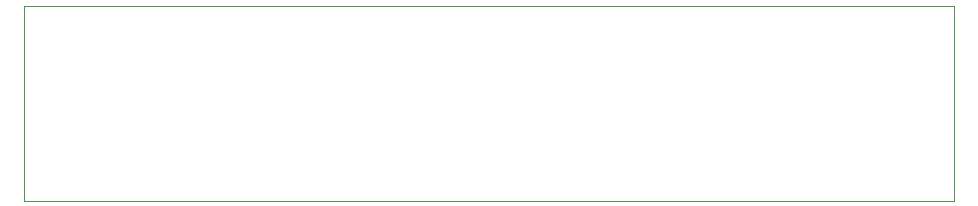
<source format=gbr>
G04 #@! TF.GenerationSoftware,KiCad,Pcbnew,(6.99.0-2452-gdb4f2d9dd8)*
G04 #@! TF.CreationDate,2022-07-21T16:30:43-08:00*
G04 #@! TF.ProjectId,speaker-SAO,73706561-6b65-4722-9d53-414f2e6b6963,rev?*
G04 #@! TF.SameCoordinates,Original*
G04 #@! TF.FileFunction,Profile,NP*
%FSLAX46Y46*%
G04 Gerber Fmt 4.6, Leading zero omitted, Abs format (unit mm)*
G04 Created by KiCad (PCBNEW (6.99.0-2452-gdb4f2d9dd8)) date 2022-07-21 16:30:43*
%MOMM*%
%LPD*%
G01*
G04 APERTURE LIST*
G04 #@! TA.AperFunction,Profile*
%ADD10C,0.100000*%
G04 #@! TD*
G04 APERTURE END LIST*
D10*
X84120000Y-122730000D02*
X162880000Y-122730000D01*
X162880000Y-122730000D02*
X162880000Y-139220000D01*
X162880000Y-139220000D02*
X84120000Y-139220000D01*
X84120000Y-139220000D02*
X84120000Y-122730000D01*
M02*

</source>
